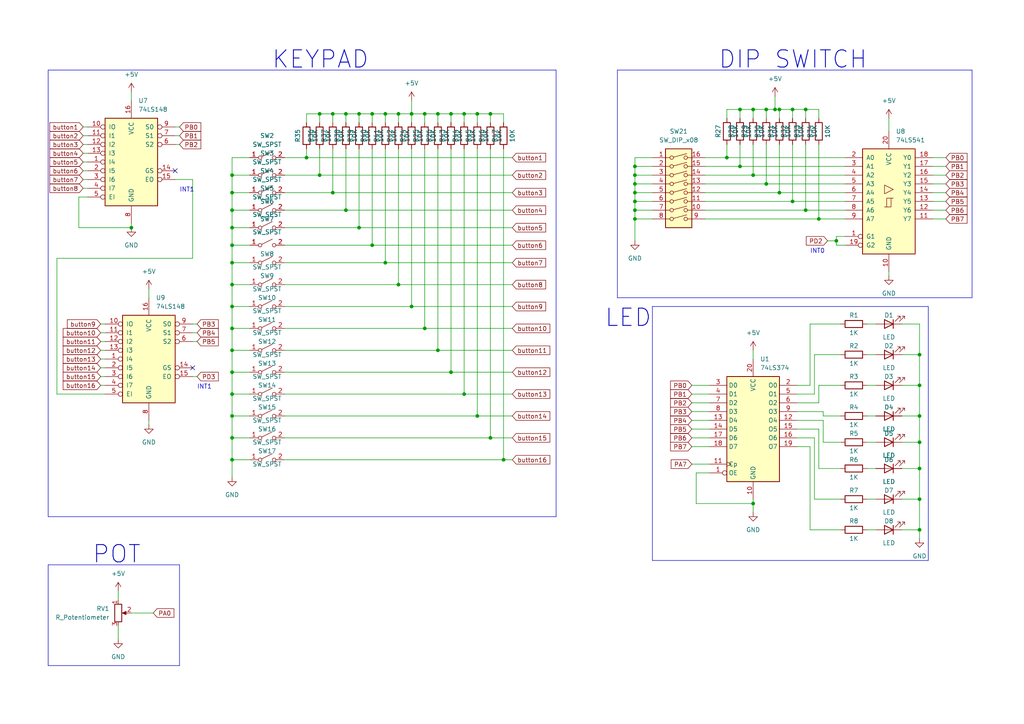
<source format=kicad_sch>
(kicad_sch (version 20230121) (generator eeschema)
  (paper "A4")
  (lib_symbols
    (symbol "74xx:74LS148" (pin_names (offset 1.016))
      (property "Reference" "U" (at -7.62 13.97 0))
      (property "Value" "74LS148" (at -7.62 -13.97 0))
      (symbol "74LS148_1_0"
        (pin input inverted (at -12.7 0 0) (length 5.08) (name "I4") (number "1"))
        (pin input inverted (at -12.7 10.16 0) (length 5.08) (name "IO") (number "10"))
        (pin input inverted (at -12.7 7.62 0) (length 5.08) (name "I1") (number "11"))
        (pin input inverted (at -12.7 5.08 0) (length 5.08) (name "I2") (number "12"))
        (pin input inverted (at -12.7 2.54 0) (length 5.08) (name "I3") (number "13"))
        (pin output inverted (at 12.7 -2.54 180) (length 5.08) (name "GS") (number "14"))
        (pin output inverted (at 12.7 -5.08 180) (length 5.08) (name "EO") (number "15"))
        (pin power_in line (at 0 17.78 270) (length 5.08) (name "VCC") (number "16"))
        (pin input inverted (at -12.7 -2.54 0) (length 5.08) (name "I5") (number "2"))
        (pin input inverted (at -12.7 -5.08 0) (length 5.08) (name "I6") (number "3"))
        (pin input inverted (at -12.7 -7.62 0) (length 5.08) (name "I7") (number "4"))
        (pin input inverted (at -12.7 -10.16 0) (length 5.08) (name "EI") (number "5"))
        (pin output inverted (at 12.7 5.08 180) (length 5.08) (name "S2") (number "6"))
        (pin output inverted (at 12.7 7.62 180) (length 5.08) (name "S1") (number "7"))
        (pin power_in line (at 0 -17.78 90) (length 5.08) (name "GND") (number "8"))
        (pin output inverted (at 12.7 10.16 180) (length 5.08) (name "S0") (number "9"))
      )
    )
    (symbol "74xx:74LS374"
      (property "Reference" "U" (at -7.62 16.51 0))
      (property "Value" "74LS374" (at -7.62 -16.51 0))
      (symbol "74LS374_1_0"
        (pin input inverted (at -12.7 -12.7 0) (length 5.08) (name "OE") (number "1"))
        (pin power_in line (at 0 -20.32 90) (length 5.08) (name "GND") (number "10"))
        (pin input clock (at -12.7 -10.16 0) (length 5.08) (name "Cp") (number "11"))
        (pin tri_state line (at 12.7 2.54 180) (length 5.08) (name "O4") (number "12"))
        (pin input line (at -12.7 2.54 0) (length 5.08) (name "D4") (number "13"))
        (pin input line (at -12.7 0 0) (length 5.08) (name "D5") (number "14"))
        (pin tri_state line (at 12.7 0 180) (length 5.08) (name "O5") (number "15"))
        (pin tri_state line (at 12.7 -2.54 180) (length 5.08) (name "O6") (number "16"))
        (pin input line (at -12.7 -2.54 0) (length 5.08) (name "D6") (number "17"))
        (pin input line (at -12.7 -5.08 0) (length 5.08) (name "D7") (number "18"))
        (pin tri_state line (at 12.7 -5.08 180) (length 5.08) (name "O7") (number "19"))
        (pin tri_state line (at 12.7 12.7 180) (length 5.08) (name "O0") (number "2"))
        (pin power_in line (at 0 20.32 270) (length 5.08) (name "VCC") (number "20"))
        (pin input line (at -12.7 12.7 0) (length 5.08) (name "D0") (number "3"))
        (pin input line (at -12.7 10.16 0) (length 5.08) (name "D1") (number "4"))
        (pin tri_state line (at 12.7 10.16 180) (length 5.08) (name "O1") (number "5"))
        (pin tri_state line (at 12.7 7.62 180) (length 5.08) (name "O2") (number "6"))
        (pin input line (at -12.7 7.62 0) (length 5.08) (name "D2") (number "7"))
        (pin input line (at -12.7 5.08 0) (length 5.08) (name "D3") (number "8"))
        (pin tri_state line (at 12.7 5.08 180) (length 5.08) (name "O3") (number "9"))
      )
    )
    (symbol "74xx:74LS541" (pin_names (offset 1.016))
      (property "Reference" "U" (at -7.62 16.51 0))
      (property "Value" "74LS541" (at -7.62 -16.51 0))
      (symbol "74LS541_1_0"
        (pin input inverted (at -12.7 -10.16 0) (length 5.08) (name "G1") (number "1"))
        (pin power_in line (at 0 -20.32 90) (length 5.08) (name "GND") (number "10"))
        (pin tri_state line (at 12.7 -5.08 180) (length 5.08) (name "Y7") (number "11"))
        (pin tri_state line (at 12.7 -2.54 180) (length 5.08) (name "Y6") (number "12"))
        (pin tri_state line (at 12.7 0 180) (length 5.08) (name "Y5") (number "13"))
        (pin tri_state line (at 12.7 2.54 180) (length 5.08) (name "Y4") (number "14"))
        (pin tri_state line (at 12.7 5.08 180) (length 5.08) (name "Y3") (number "15"))
        (pin tri_state line (at 12.7 7.62 180) (length 5.08) (name "Y2") (number "16"))
        (pin tri_state line (at 12.7 10.16 180) (length 5.08) (name "Y1") (number "17"))
        (pin tri_state line (at 12.7 12.7 180) (length 5.08) (name "Y0") (number "18"))
        (pin input inverted (at -12.7 -12.7 0) (length 5.08) (name "G2") (number "19"))
        (pin input line (at -12.7 12.7 0) (length 5.08) (name "A0") (number "2"))
        (pin power_in line (at 0 20.32 270) (length 5.08) (name "VCC") (number "20"))
        (pin input line (at -12.7 10.16 0) (length 5.08) (name "A1") (number "3"))
        (pin input line (at -12.7 7.62 0) (length 5.08) (name "A2") (number "4"))
        (pin input line (at -12.7 5.08 0) (length 5.08) (name "A3") (number "5"))
        (pin input line (at -12.7 2.54 0) (length 5.08) (name "A4") (number "6"))
        (pin input line (at -12.7 0 0) (length 5.08) (name "A5") (number "7"))
        (pin input line (at -12.7 -2.54 0) (length 5.08) (name "A6") (number "8"))
        (pin input line (at -12.7 -5.08 0) (length 5.08) (name "A7") (number "9"))
      )
    )
    (symbol "Device:LED" (pin_numbers hide) (pin_names (offset 1.016) hide)
      (property "Reference" "D" (at 0 2.54 0))
      (property "Value" "LED" (at 0 -2.54 0))
      (symbol "LED_1_1"
        (pin passive line (at -3.81 0 0) (length 2.54) (name "K") (number "1"))
        (pin passive line (at 3.81 0 180) (length 2.54) (name "A") (number "2"))
      )
    )
    (symbol "Device:R" (pin_numbers hide) (pin_names (offset 0))
      (property "Reference" "R" (at 2.032 0 90))
      (property "Value" "R" (at 0 0 90))
      (symbol "R_1_1"
        (pin passive line (at 0 3.81 270) (length 1.27) (name "~") (number "1"))
        (pin passive line (at 0 -3.81 90) (length 1.27) (name "~") (number "2"))
      )
    )
    (symbol "Device:R_Potentiometer" (pin_names (offset 1.016) hide)
      (property "Reference" "RV" (at -4.445 0 90))
      (property "Value" "R_Potentiometer" (at -2.54 0 90))
      (symbol "R_Potentiometer_1_1"
        (pin passive line (at 0 3.81 270) (length 1.27) (name "1") (number "1"))
        (pin passive line (at 3.81 0 180) (length 1.27) (name "2") (number "2"))
        (pin passive line (at 0 -3.81 90) (length 1.27) (name "3") (number "3"))
      )
    )
    (symbol "Switch:SW_DIP_x08" (pin_names (offset 0) hide)
      (property "Reference" "SW" (at 0 13.97 0))
      (property "Value" "SW_DIP_x08" (at 0 -11.43 0))
      (symbol "SW_DIP_x08_1_1"
        (pin passive line (at -7.62 10.16 0) (length 5.08) (name "~") (number "1"))
        (pin passive line (at 7.62 -5.08 180) (length 5.08) (name "~") (number "10"))
        (pin passive line (at 7.62 -2.54 180) (length 5.08) (name "~") (number "11"))
        (pin passive line (at 7.62 0 180) (length 5.08) (name "~") (number "12"))
        (pin passive line (at 7.62 2.54 180) (length 5.08) (name "~") (number "13"))
        (pin passive line (at 7.62 5.08 180) (length 5.08) (name "~") (number "14"))
        (pin passive line (at 7.62 7.62 180) (length 5.08) (name "~") (number "15"))
        (pin passive line (at 7.62 10.16 180) (length 5.08) (name "~") (number "16"))
        (pin passive line (at -7.62 7.62 0) (length 5.08) (name "~") (number "2"))
        (pin passive line (at -7.62 5.08 0) (length 5.08) (name "~") (number "3"))
        (pin passive line (at -7.62 2.54 0) (length 5.08) (name "~") (number "4"))
        (pin passive line (at -7.62 0 0) (length 5.08) (name "~") (number "5"))
        (pin passive line (at -7.62 -2.54 0) (length 5.08) (name "~") (number "6"))
        (pin passive line (at -7.62 -5.08 0) (length 5.08) (name "~") (number "7"))
        (pin passive line (at -7.62 -7.62 0) (length 5.08) (name "~") (number "8"))
        (pin passive line (at 7.62 -7.62 180) (length 5.08) (name "~") (number "9"))
      )
    )
    (symbol "Switch:SW_SPST" (pin_names (offset 0) hide)
      (property "Reference" "SW" (at 0 3.175 0))
      (property "Value" "SW_SPST" (at 0 -2.54 0))
      (symbol "SW_SPST_1_1"
        (pin passive line (at -5.08 0 0) (length 2.54) (name "A") (number "1"))
        (pin passive line (at 5.08 0 180) (length 2.54) (name "B") (number "2"))
      )
    )
    (symbol "power:+5V" (power) (pin_names (offset 0))
      (property "Value" "+5V" (at 0 3.556 0))
      (symbol "+5V_1_1"
        (pin power_in line (at 0 0 90) (length 0) hide (name "+5V") (number "1"))
      )
    )
    (symbol "power:GND" (power) (pin_names (offset 0))
      (property "Value" "GND" (at 0 -3.81 0))
      (symbol "GND_1_1"
        (pin power_in line (at 0 0 270) (length 0) hide (name "GND") (number "1"))
      )
    )
  )
  (junction (at 210.82 45.72))
  (junction (at 184.15 48.26))
  (junction (at 266.7 111.76))
  (junction (at 184.15 63.5))
  (junction (at 67.31 107.95))
  (junction (at 119.38 88.9))
  (junction (at 130.81 107.95))
  (junction (at 111.76 33.02))
  (junction (at 96.52 55.88))
  (junction (at 100.33 33.02))
  (junction (at 266.7 153.67))
  (junction (at 184.15 53.34))
  (junction (at 226.06 31.75))
  (junction (at 134.62 33.02))
  (junction (at 67.31 95.25))
  (junction (at 67.31 76.2))
  (junction (at 67.31 120.65))
  (junction (at 67.31 114.3))
  (junction (at 38.1 66.04))
  (junction (at 100.33 60.96))
  (junction (at 67.31 71.12))
  (junction (at 107.95 71.12))
  (junction (at 134.62 114.3))
  (junction (at 218.44 146.05))
  (junction (at 138.43 33.02))
  (junction (at 266.7 128.27))
  (junction (at 115.57 82.55))
  (junction (at 233.68 60.96))
  (junction (at 266.7 135.89))
  (junction (at 233.68 31.75))
  (junction (at 218.44 50.8))
  (junction (at 214.63 48.26))
  (junction (at 266.7 102.87))
  (junction (at 123.19 33.02))
  (junction (at 138.43 120.65))
  (junction (at 184.15 50.8))
  (junction (at 229.87 31.75))
  (junction (at 222.25 53.34))
  (junction (at 184.15 60.96))
  (junction (at 130.81 33.02))
  (junction (at 142.24 127))
  (junction (at 224.79 31.75))
  (junction (at 127 101.6))
  (junction (at 104.14 66.04))
  (junction (at 184.15 58.42))
  (junction (at 67.31 66.04))
  (junction (at 214.63 31.75))
  (junction (at 104.14 33.02))
  (junction (at 67.31 50.8))
  (junction (at 142.24 33.02))
  (junction (at 107.95 33.02))
  (junction (at 218.44 31.75))
  (junction (at 67.31 82.55))
  (junction (at 119.38 33.02))
  (junction (at 67.31 60.96))
  (junction (at 226.06 55.88))
  (junction (at 146.05 133.35))
  (junction (at 67.31 101.6))
  (junction (at 237.49 63.5))
  (junction (at 88.9 45.72))
  (junction (at 184.15 55.88))
  (junction (at 127 33.02))
  (junction (at 67.31 127))
  (junction (at 266.7 144.78))
  (junction (at 115.57 33.02))
  (junction (at 229.87 58.42))
  (junction (at 266.7 120.65))
  (junction (at 67.31 133.35))
  (junction (at 92.71 50.8))
  (junction (at 123.19 95.25))
  (junction (at 222.25 31.75))
  (junction (at 242.57 69.85))
  (junction (at 111.76 76.2))
  (junction (at 67.31 88.9))
  (junction (at 67.31 55.88))
  (junction (at 96.52 33.02))
  (junction (at 92.71 33.02))
  (no_connect (at 50.8 49.53))
  (no_connect (at 55.88 106.68))
  (wire (pts (xy 261.62 144.78) (xy 266.7 144.78)))
  (wire (pts (xy 29.21 93.98) (xy 30.48 93.98)))
  (wire (pts (xy 82.55 55.88) (xy 96.52 55.88)))
  (wire (pts (xy 184.15 58.42) (xy 184.15 60.96)))
  (wire (pts (xy 123.19 33.02) (xy 123.19 35.56)))
  (wire (pts (xy 251.46 120.65) (xy 254 120.65)))
  (wire (pts (xy 251.46 128.27) (xy 254 128.27)))
  (wire (pts (xy 214.63 41.91) (xy 214.63 48.26)))
  (wire (pts (xy 130.81 33.02) (xy 127 33.02)))
  (wire (pts (xy 236.22 102.87) (xy 243.84 102.87)))
  (wire (pts (xy 229.87 31.75) (xy 229.87 34.29)))
  (wire (pts (xy 24.13 44.45) (xy 25.4 44.45)))
  (wire (pts (xy 29.21 111.76) (xy 30.48 111.76)))
  (wire (pts (xy 237.49 111.76) (xy 243.84 111.76)))
  (wire (pts (xy 189.23 45.72) (xy 184.15 45.72)))
  (wire (pts (xy 67.31 45.72) (xy 67.31 50.8)))
  (wire (pts (xy 67.31 120.65) (xy 72.39 120.65)))
  (wire (pts (xy 88.9 35.56) (xy 88.9 33.02)))
  (wire (pts (xy 266.7 120.65) (xy 266.7 128.27)))
  (wire (pts (xy 104.14 66.04) (xy 148.59 66.04)))
  (wire (pts (xy 82.55 45.72) (xy 88.9 45.72)))
  (wire (pts (xy 210.82 41.91) (xy 210.82 45.72)))
  (polyline (pts (xy 13.97 20.32) (xy 161.29 20.32)))
  (wire (pts (xy 67.31 76.2) (xy 67.31 82.55)))
  (wire (pts (xy 72.39 45.72) (xy 67.31 45.72)))
  (wire (pts (xy 130.81 43.18) (xy 130.81 107.95)))
  (wire (pts (xy 96.52 55.88) (xy 148.59 55.88)))
  (wire (pts (xy 236.22 144.78) (xy 243.84 144.78)))
  (wire (pts (xy 82.55 60.96) (xy 100.33 60.96)))
  (wire (pts (xy 238.76 120.65) (xy 238.76 119.38)))
  (wire (pts (xy 245.11 71.12) (xy 242.57 71.12)))
  (wire (pts (xy 234.95 93.98) (xy 243.84 93.98)))
  (wire (pts (xy 218.44 41.91) (xy 218.44 50.8)))
  (wire (pts (xy 88.9 45.72) (xy 148.59 45.72)))
  (wire (pts (xy 184.15 60.96) (xy 184.15 63.5)))
  (wire (pts (xy 67.31 50.8) (xy 67.31 55.88)))
  (polyline (pts (xy 189.23 88.9) (xy 269.24 88.9)))
  (wire (pts (xy 226.06 31.75) (xy 226.06 34.29)))
  (wire (pts (xy 92.71 33.02) (xy 92.71 35.56)))
  (wire (pts (xy 57.15 96.52) (xy 55.88 96.52)))
  (wire (pts (xy 146.05 43.18) (xy 146.05 133.35)))
  (wire (pts (xy 204.47 50.8) (xy 218.44 50.8)))
  (wire (pts (xy 34.29 171.45) (xy 34.29 173.99)))
  (polyline (pts (xy 161.29 20.32) (xy 161.29 149.86)))
  (wire (pts (xy 218.44 144.78) (xy 218.44 146.05)))
  (wire (pts (xy 24.13 39.37) (xy 25.4 39.37)))
  (wire (pts (xy 100.33 33.02) (xy 100.33 35.56)))
  (wire (pts (xy 119.38 33.02) (xy 123.19 33.02)))
  (wire (pts (xy 82.55 114.3) (xy 134.62 114.3)))
  (wire (pts (xy 138.43 33.02) (xy 138.43 35.56)))
  (wire (pts (xy 16.51 74.93) (xy 16.51 114.3)))
  (wire (pts (xy 22.86 57.15) (xy 22.86 66.04)))
  (wire (pts (xy 57.15 99.06) (xy 55.88 99.06)))
  (wire (pts (xy 38.1 26.67) (xy 38.1 29.21)))
  (polyline (pts (xy 13.97 163.83) (xy 52.07 163.83)))
  (wire (pts (xy 107.95 71.12) (xy 148.59 71.12)))
  (wire (pts (xy 238.76 119.38) (xy 231.14 119.38)))
  (wire (pts (xy 184.15 58.42) (xy 189.23 58.42)))
  (wire (pts (xy 218.44 101.6) (xy 218.44 104.14)))
  (wire (pts (xy 240.03 69.85) (xy 242.57 69.85)))
  (wire (pts (xy 127 43.18) (xy 127 101.6)))
  (wire (pts (xy 270.51 48.26) (xy 274.32 48.26)))
  (wire (pts (xy 142.24 33.02) (xy 142.24 35.56)))
  (wire (pts (xy 29.21 101.6) (xy 30.48 101.6)))
  (wire (pts (xy 96.52 33.02) (xy 100.33 33.02)))
  (wire (pts (xy 82.55 76.2) (xy 111.76 76.2)))
  (wire (pts (xy 22.86 66.04) (xy 38.1 66.04)))
  (wire (pts (xy 205.74 137.16) (xy 201.93 137.16)))
  (wire (pts (xy 210.82 34.29) (xy 210.82 31.75)))
  (wire (pts (xy 200.66 127) (xy 205.74 127)))
  (wire (pts (xy 38.1 177.8) (xy 44.45 177.8)))
  (wire (pts (xy 119.38 88.9) (xy 148.59 88.9)))
  (wire (pts (xy 111.76 33.02) (xy 115.57 33.02)))
  (wire (pts (xy 218.44 31.75) (xy 218.44 34.29)))
  (wire (pts (xy 67.31 60.96) (xy 72.39 60.96)))
  (wire (pts (xy 214.63 48.26) (xy 245.11 48.26)))
  (wire (pts (xy 119.38 33.02) (xy 119.38 29.21)))
  (wire (pts (xy 251.46 93.98) (xy 254 93.98)))
  (wire (pts (xy 82.55 101.6) (xy 127 101.6)))
  (wire (pts (xy 237.49 31.75) (xy 233.68 31.75)))
  (polyline (pts (xy 52.07 193.04) (xy 52.07 163.83)))
  (wire (pts (xy 204.47 60.96) (xy 233.68 60.96)))
  (wire (pts (xy 237.49 41.91) (xy 237.49 63.5)))
  (wire (pts (xy 55.88 74.93) (xy 16.51 74.93)))
  (wire (pts (xy 67.31 95.25) (xy 67.31 101.6)))
  (wire (pts (xy 236.22 102.87) (xy 236.22 114.3)))
  (wire (pts (xy 22.86 57.15) (xy 25.4 57.15)))
  (wire (pts (xy 231.14 111.76) (xy 234.95 111.76)))
  (wire (pts (xy 123.19 43.18) (xy 123.19 95.25)))
  (wire (pts (xy 270.51 55.88) (xy 274.32 55.88)))
  (wire (pts (xy 238.76 128.27) (xy 243.84 128.27)))
  (wire (pts (xy 67.31 76.2) (xy 72.39 76.2)))
  (wire (pts (xy 237.49 111.76) (xy 237.49 116.84)))
  (wire (pts (xy 67.31 88.9) (xy 72.39 88.9)))
  (wire (pts (xy 204.47 53.34) (xy 222.25 53.34)))
  (wire (pts (xy 146.05 133.35) (xy 148.59 133.35)))
  (wire (pts (xy 67.31 133.35) (xy 67.31 138.43)))
  (wire (pts (xy 142.24 33.02) (xy 138.43 33.02)))
  (wire (pts (xy 266.7 153.67) (xy 266.7 156.21)))
  (polyline (pts (xy 281.94 86.36) (xy 281.94 20.32)))
  (wire (pts (xy 57.15 109.22) (xy 55.88 109.22)))
  (wire (pts (xy 29.21 109.22) (xy 30.48 109.22)))
  (wire (pts (xy 229.87 31.75) (xy 226.06 31.75)))
  (wire (pts (xy 200.66 119.38) (xy 205.74 119.38)))
  (wire (pts (xy 115.57 82.55) (xy 148.59 82.55)))
  (wire (pts (xy 82.55 66.04) (xy 104.14 66.04)))
  (wire (pts (xy 146.05 33.02) (xy 142.24 33.02)))
  (wire (pts (xy 184.15 48.26) (xy 184.15 50.8)))
  (wire (pts (xy 234.95 153.67) (xy 243.84 153.67)))
  (wire (pts (xy 204.47 45.72) (xy 210.82 45.72)))
  (wire (pts (xy 226.06 55.88) (xy 245.11 55.88)))
  (wire (pts (xy 184.15 53.34) (xy 189.23 53.34)))
  (wire (pts (xy 24.13 49.53) (xy 25.4 49.53)))
  (polyline (pts (xy 269.24 88.9) (xy 269.24 162.56)))
  (wire (pts (xy 50.8 52.07) (xy 55.88 52.07)))
  (wire (pts (xy 222.25 53.34) (xy 245.11 53.34)))
  (wire (pts (xy 111.76 76.2) (xy 148.59 76.2)))
  (wire (pts (xy 214.63 31.75) (xy 218.44 31.75)))
  (wire (pts (xy 43.18 121.92) (xy 43.18 123.19)))
  (wire (pts (xy 111.76 33.02) (xy 111.76 35.56)))
  (wire (pts (xy 204.47 63.5) (xy 237.49 63.5)))
  (wire (pts (xy 107.95 33.02) (xy 107.95 35.56)))
  (wire (pts (xy 201.93 146.05) (xy 218.44 146.05)))
  (wire (pts (xy 270.51 63.5) (xy 274.32 63.5)))
  (wire (pts (xy 29.21 104.14) (xy 30.48 104.14)))
  (wire (pts (xy 72.39 82.55) (xy 67.31 82.55)))
  (polyline (pts (xy 269.24 162.56) (xy 189.23 162.56)))
  (wire (pts (xy 238.76 121.92) (xy 231.14 121.92)))
  (wire (pts (xy 233.68 41.91) (xy 233.68 60.96)))
  (wire (pts (xy 146.05 35.56) (xy 146.05 33.02)))
  (wire (pts (xy 82.55 95.25) (xy 123.19 95.25)))
  (wire (pts (xy 261.62 111.76) (xy 266.7 111.76)))
  (wire (pts (xy 67.31 107.95) (xy 72.39 107.95)))
  (wire (pts (xy 266.7 111.76) (xy 266.7 120.65)))
  (wire (pts (xy 67.31 127) (xy 67.31 133.35)))
  (wire (pts (xy 92.71 33.02) (xy 96.52 33.02)))
  (wire (pts (xy 251.46 135.89) (xy 254 135.89)))
  (wire (pts (xy 67.31 55.88) (xy 72.39 55.88)))
  (wire (pts (xy 222.25 41.91) (xy 222.25 53.34)))
  (wire (pts (xy 236.22 114.3) (xy 231.14 114.3)))
  (wire (pts (xy 138.43 43.18) (xy 138.43 120.65)))
  (wire (pts (xy 82.55 71.12) (xy 107.95 71.12)))
  (wire (pts (xy 57.15 93.98) (xy 55.88 93.98)))
  (wire (pts (xy 234.95 129.54) (xy 231.14 129.54)))
  (wire (pts (xy 82.55 82.55) (xy 115.57 82.55)))
  (wire (pts (xy 233.68 31.75) (xy 233.68 34.29)))
  (wire (pts (xy 218.44 146.05) (xy 218.44 148.59)))
  (wire (pts (xy 82.55 127) (xy 142.24 127)))
  (wire (pts (xy 266.7 93.98) (xy 266.7 102.87)))
  (wire (pts (xy 119.38 33.02) (xy 119.38 35.56)))
  (wire (pts (xy 38.1 64.77) (xy 38.1 66.04)))
  (wire (pts (xy 233.68 60.96) (xy 245.11 60.96)))
  (wire (pts (xy 184.15 50.8) (xy 189.23 50.8)))
  (wire (pts (xy 100.33 43.18) (xy 100.33 60.96)))
  (wire (pts (xy 184.15 63.5) (xy 184.15 69.85)))
  (wire (pts (xy 67.31 120.65) (xy 67.31 127)))
  (wire (pts (xy 67.31 60.96) (xy 67.31 66.04)))
  (wire (pts (xy 88.9 43.18) (xy 88.9 45.72)))
  (wire (pts (xy 130.81 107.95) (xy 148.59 107.95)))
  (wire (pts (xy 100.33 60.96) (xy 148.59 60.96)))
  (wire (pts (xy 210.82 45.72) (xy 245.11 45.72)))
  (wire (pts (xy 67.31 66.04) (xy 67.31 71.12)))
  (wire (pts (xy 184.15 63.5) (xy 189.23 63.5)))
  (wire (pts (xy 257.81 34.29) (xy 257.81 38.1)))
  (wire (pts (xy 92.71 43.18) (xy 92.71 50.8)))
  (wire (pts (xy 52.07 41.91) (xy 50.8 41.91)))
  (wire (pts (xy 218.44 31.75) (xy 222.25 31.75)))
  (wire (pts (xy 34.29 181.61) (xy 34.29 185.42)))
  (wire (pts (xy 88.9 33.02) (xy 92.71 33.02)))
  (wire (pts (xy 204.47 48.26) (xy 214.63 48.26)))
  (wire (pts (xy 237.49 63.5) (xy 245.11 63.5)))
  (wire (pts (xy 214.63 31.75) (xy 214.63 34.29)))
  (polyline (pts (xy 13.97 149.86) (xy 13.97 20.32)))
  (wire (pts (xy 127 33.02) (xy 127 35.56)))
  (wire (pts (xy 251.46 102.87) (xy 254 102.87)))
  (wire (pts (xy 67.31 133.35) (xy 72.39 133.35)))
  (wire (pts (xy 29.21 99.06) (xy 30.48 99.06)))
  (wire (pts (xy 184.15 48.26) (xy 189.23 48.26)))
  (wire (pts (xy 238.76 120.65) (xy 243.84 120.65)))
  (wire (pts (xy 67.31 95.25) (xy 72.39 95.25)))
  (polyline (pts (xy 179.07 20.32) (xy 179.07 86.36)))
  (wire (pts (xy 123.19 95.25) (xy 148.59 95.25)))
  (wire (pts (xy 67.31 114.3) (xy 67.31 120.65)))
  (wire (pts (xy 82.55 50.8) (xy 92.71 50.8)))
  (wire (pts (xy 67.31 107.95) (xy 67.31 114.3)))
  (wire (pts (xy 134.62 33.02) (xy 134.62 35.56)))
  (polyline (pts (xy 189.23 88.9) (xy 189.23 162.56)))
  (wire (pts (xy 257.81 78.74) (xy 257.81 80.01)))
  (wire (pts (xy 184.15 60.96) (xy 189.23 60.96)))
  (wire (pts (xy 43.18 83.82) (xy 43.18 86.36)))
  (wire (pts (xy 229.87 58.42) (xy 245.11 58.42)))
  (wire (pts (xy 270.51 58.42) (xy 274.32 58.42)))
  (wire (pts (xy 229.87 41.91) (xy 229.87 58.42)))
  (wire (pts (xy 67.31 114.3) (xy 72.39 114.3)))
  (wire (pts (xy 184.15 45.72) (xy 184.15 48.26)))
  (wire (pts (xy 234.95 111.76) (xy 234.95 93.98)))
  (wire (pts (xy 210.82 31.75) (xy 214.63 31.75)))
  (wire (pts (xy 24.13 54.61) (xy 25.4 54.61)))
  (wire (pts (xy 111.76 33.02) (xy 107.95 33.02)))
  (wire (pts (xy 261.62 128.27) (xy 266.7 128.27)))
  (wire (pts (xy 266.7 144.78) (xy 266.7 153.67)))
  (wire (pts (xy 270.51 45.72) (xy 274.32 45.72)))
  (wire (pts (xy 251.46 144.78) (xy 254 144.78)))
  (wire (pts (xy 270.51 60.96) (xy 274.32 60.96)))
  (wire (pts (xy 104.14 43.18) (xy 104.14 66.04)))
  (wire (pts (xy 222.25 31.75) (xy 222.25 34.29)))
  (polyline (pts (xy 13.97 163.83) (xy 13.97 193.04)))
  (wire (pts (xy 67.31 127) (xy 72.39 127)))
  (wire (pts (xy 237.49 124.46) (xy 231.14 124.46)))
  (wire (pts (xy 237.49 116.84) (xy 231.14 116.84)))
  (wire (pts (xy 107.95 43.18) (xy 107.95 71.12)))
  (wire (pts (xy 29.21 96.52) (xy 30.48 96.52)))
  (wire (pts (xy 127 101.6) (xy 148.59 101.6)))
  (wire (pts (xy 67.31 71.12) (xy 72.39 71.12)))
  (wire (pts (xy 200.66 111.76) (xy 205.74 111.76)))
  (wire (pts (xy 236.22 144.78) (xy 236.22 127)))
  (wire (pts (xy 115.57 43.18) (xy 115.57 82.55)))
  (wire (pts (xy 134.62 33.02) (xy 130.81 33.02)))
  (wire (pts (xy 184.15 55.88) (xy 184.15 58.42)))
  (wire (pts (xy 67.31 88.9) (xy 67.31 95.25)))
  (wire (pts (xy 200.66 116.84) (xy 205.74 116.84)))
  (wire (pts (xy 222.25 31.75) (xy 224.79 31.75)))
  (wire (pts (xy 238.76 128.27) (xy 238.76 121.92)))
  (wire (pts (xy 236.22 127) (xy 231.14 127)))
  (wire (pts (xy 270.51 53.34) (xy 274.32 53.34)))
  (wire (pts (xy 67.31 71.12) (xy 67.31 76.2)))
  (wire (pts (xy 200.66 124.46) (xy 205.74 124.46)))
  (wire (pts (xy 96.52 43.18) (xy 96.52 55.88)))
  (wire (pts (xy 24.13 46.99) (xy 25.4 46.99)))
  (wire (pts (xy 134.62 43.18) (xy 134.62 114.3)))
  (wire (pts (xy 119.38 43.18) (xy 119.38 88.9)))
  (wire (pts (xy 224.79 31.75) (xy 224.79 27.94)))
  (wire (pts (xy 200.66 114.3) (xy 205.74 114.3)))
  (wire (pts (xy 55.88 52.07) (xy 55.88 74.93)))
  (wire (pts (xy 233.68 31.75) (xy 229.87 31.75)))
  (wire (pts (xy 115.57 35.56) (xy 115.57 33.02)))
  (wire (pts (xy 67.31 66.04) (xy 72.39 66.04)))
  (wire (pts (xy 52.07 39.37) (xy 50.8 39.37)))
  (wire (pts (xy 104.14 33.02) (xy 104.14 35.56)))
  (wire (pts (xy 200.66 129.54) (xy 205.74 129.54)))
  (wire (pts (xy 266.7 135.89) (xy 266.7 144.78)))
  (wire (pts (xy 266.7 102.87) (xy 266.7 111.76)))
  (wire (pts (xy 226.06 41.91) (xy 226.06 55.88)))
  (wire (pts (xy 261.62 93.98) (xy 266.7 93.98)))
  (polyline (pts (xy 281.94 20.32) (xy 179.07 20.32)))
  (wire (pts (xy 200.66 134.62) (xy 205.74 134.62)))
  (wire (pts (xy 82.55 133.35) (xy 146.05 133.35)))
  (wire (pts (xy 82.55 120.65) (xy 138.43 120.65)))
  (wire (pts (xy 29.21 106.68) (xy 30.48 106.68)))
  (wire (pts (xy 266.7 128.27) (xy 266.7 135.89)))
  (wire (pts (xy 24.13 36.83) (xy 25.4 36.83)))
  (wire (pts (xy 200.66 121.92) (xy 205.74 121.92)))
  (wire (pts (xy 82.55 88.9) (xy 119.38 88.9)))
  (wire (pts (xy 67.31 101.6) (xy 67.31 107.95)))
  (wire (pts (xy 226.06 31.75) (xy 224.79 31.75)))
  (wire (pts (xy 242.57 69.85) (xy 242.57 68.58)))
  (wire (pts (xy 52.07 36.83) (xy 50.8 36.83)))
  (wire (pts (xy 270.51 50.8) (xy 274.32 50.8)))
  (wire (pts (xy 261.62 135.89) (xy 266.7 135.89)))
  (wire (pts (xy 237.49 34.29) (xy 237.49 31.75)))
  (wire (pts (xy 184.15 50.8) (xy 184.15 53.34)))
  (wire (pts (xy 261.62 102.87) (xy 266.7 102.87)))
  (wire (pts (xy 237.49 135.89) (xy 237.49 124.46)))
  (wire (pts (xy 242.57 71.12) (xy 242.57 69.85)))
  (polyline (pts (xy 13.97 193.04) (xy 52.07 193.04)))
  (wire (pts (xy 67.31 82.55) (xy 67.31 88.9)))
  (wire (pts (xy 100.33 33.02) (xy 104.14 33.02)))
  (wire (pts (xy 204.47 55.88) (xy 226.06 55.88)))
  (wire (pts (xy 142.24 43.18) (xy 142.24 127)))
  (wire (pts (xy 67.31 101.6) (xy 72.39 101.6)))
  (wire (pts (xy 67.31 55.88) (xy 67.31 60.96)))
  (wire (pts (xy 242.57 68.58) (xy 245.11 68.58)))
  (wire (pts (xy 130.81 33.02) (xy 130.81 35.56)))
  (wire (pts (xy 24.13 52.07) (xy 25.4 52.07)))
  (wire (pts (xy 261.62 120.65) (xy 266.7 120.65)))
  (wire (pts (xy 134.62 114.3) (xy 148.59 114.3)))
  (wire (pts (xy 218.44 50.8) (xy 245.11 50.8)))
  (wire (pts (xy 127 33.02) (xy 123.19 33.02)))
  (polyline (pts (xy 179.07 86.36) (xy 281.94 86.36)))
  (wire (pts (xy 251.46 111.76) (xy 254 111.76)))
  (wire (pts (xy 24.13 41.91) (xy 25.4 41.91)))
  (wire (pts (xy 67.31 50.8) (xy 72.39 50.8)))
  (wire (pts (xy 184.15 55.88) (xy 189.23 55.88)))
  (wire (pts (xy 237.49 135.89) (xy 243.84 135.89)))
  (wire (pts (xy 201.93 137.16) (xy 201.93 146.05)))
  (wire (pts (xy 251.46 153.67) (xy 254 153.67)))
  (wire (pts (xy 111.76 43.18) (xy 111.76 76.2)))
  (wire (pts (xy 138.43 33.02) (xy 134.62 33.02)))
  (wire (pts (xy 142.24 127) (xy 148.59 127)))
  (wire (pts (xy 261.62 153.67) (xy 266.7 153.67)))
  (wire (pts (xy 138.43 120.65) (xy 148.59 120.65)))
  (wire (pts (xy 234.95 153.67) (xy 234.95 129.54)))
  (wire (pts (xy 82.55 107.95) (xy 130.81 107.95)))
  (wire (pts (xy 92.71 50.8) (xy 148.59 50.8)))
  (wire (pts (xy 184.15 53.34) (xy 184.15 55.88)))
  (polyline (pts (xy 13.97 149.86) (xy 161.29 149.86)))
  (wire (pts (xy 16.51 114.3) (xy 30.48 114.3)))
  (wire (pts (xy 107.95 33.02) (xy 104.14 33.02)))
  (wire (pts (xy 96.52 33.02) (xy 96.52 35.56)))
  (wire (pts (xy 115.57 33.02) (xy 119.38 33.02)))
  (wire (pts (xy 204.47 58.42) (xy 229.87 58.42)))
  (text "KEYPAD" (at 78.74 20.32 0) (effects (font (size 5 5) (thickness 0.254) bold) (justify left bottom)))
  (text "INT0" (at 234.95 73.66 0) (effects (font (size 1.27 1.27)) (justify left bottom)))
  (text "INT1" (at 52.07 55.88 0) (effects (font (size 1.27 1.27)) (justify left bottom)))
  (text "INT1" (at 57.15 113.03 0) (effects (font (size 1.27 1.27)) (justify left bottom)))
  (text "LED" (at 175.26 95.25 0) (effects (font (size 5 5) (thickness 0.254) bold) (justify left bottom)))
  (text "POT" (at 26.67 163.83 0) (effects (font (size 5 5) (thickness 0.254) bold) (justify left bottom)))
  (text "DIP SWITCH" (at 208.28 20.32 0) (effects (font (size 5 5) (thickness 0.254) bold) (justify left bottom)))
  (global_label "PB4" (shape input) (at 274.32 55.88 0) (property "Intersheetrefs" "${INTERSHEET_REFS}" (effects hide)))
  (global_label "button12" (shape input) (at 29.21 101.6 180) (property "Intersheetrefs" "${INTERSHEET_REFS}" (effects hide)))
  (global_label "button12" (shape input) (at 148.59 107.95 0) (property "Intersheetrefs" "${INTERSHEET_REFS}" (effects hide)))
  (global_label "button10" (shape input) (at 148.59 95.25 0) (property "Intersheetrefs" "${INTERSHEET_REFS}" (effects hide)))
  (global_label "button11" (shape input) (at 148.59 101.6 0) (property "Intersheetrefs" "${INTERSHEET_REFS}" (effects hide)))
  (global_label "PB3" (shape input) (at 200.66 119.38 180) (property "Intersheetrefs" "${INTERSHEET_REFS}" (effects hide)))
  (global_label "button3" (shape input) (at 148.59 55.88 0) (property "Intersheetrefs" "${INTERSHEET_REFS}" (effects hide)))
  (global_label "button9" (shape input) (at 148.59 88.9 0) (property "Intersheetrefs" "${INTERSHEET_REFS}" (effects hide)))
  (global_label "button15" (shape input) (at 148.59 127 0) (property "Intersheetrefs" "${INTERSHEET_REFS}" (effects hide)))
  (global_label "PB3" (shape input) (at 57.15 93.98 0) (property "Intersheetrefs" "${INTERSHEET_REFS}" (effects hide)))
  (global_label "PB5" (shape input) (at 200.66 124.46 180) (property "Intersheetrefs" "${INTERSHEET_REFS}" (effects hide)))
  (global_label "button7" (shape input) (at 148.59 76.2 0) (property "Intersheetrefs" "${INTERSHEET_REFS}" (effects hide)))
  (global_label "button15" (shape input) (at 29.21 109.22 180) (property "Intersheetrefs" "${INTERSHEET_REFS}" (effects hide)))
  (global_label "PB5" (shape input) (at 57.15 99.06 0) (property "Intersheetrefs" "${INTERSHEET_REFS}" (effects hide)))
  (global_label "button1" (shape input) (at 148.59 45.72 0) (property "Intersheetrefs" "${INTERSHEET_REFS}" (effects hide)))
  (global_label "button8" (shape input) (at 24.13 54.61 180) (property "Intersheetrefs" "${INTERSHEET_REFS}" (effects hide)))
  (global_label "PB0" (shape input) (at 200.66 111.76 180) (property "Intersheetrefs" "${INTERSHEET_REFS}" (effects hide)))
  (global_label "button2" (shape input) (at 24.13 39.37 180) (property "Intersheetrefs" "${INTERSHEET_REFS}" (effects hide)))
  (global_label "PB3" (shape input) (at 274.32 53.34 0) (property "Intersheetrefs" "${INTERSHEET_REFS}" (effects hide)))
  (global_label "PB2" (shape input) (at 274.32 50.8 0) (property "Intersheetrefs" "${INTERSHEET_REFS}" (effects hide)))
  (global_label "button5" (shape input) (at 148.59 66.04 0) (property "Intersheetrefs" "${INTERSHEET_REFS}" (effects hide)))
  (global_label "button9" (shape input) (at 29.21 93.98 180) (property "Intersheetrefs" "${INTERSHEET_REFS}" (effects hide)))
  (global_label "PA0" (shape input) (at 44.45 177.8 0) (property "Intersheetrefs" "${INTERSHEET_REFS}" (effects hide)))
  (global_label "button2" (shape input) (at 148.59 50.8 0) (property "Intersheetrefs" "${INTERSHEET_REFS}" (effects hide)))
  (global_label "PD2" (shape input) (at 240.03 69.85 180) (property "Intersheetrefs" "${INTERSHEET_REFS}" (effects hide)))
  (global_label "PB2" (shape input) (at 52.07 41.91 0) (property "Intersheetrefs" "${INTERSHEET_REFS}" (effects hide)))
  (global_label "button4" (shape input) (at 148.59 60.96 0) (property "Intersheetrefs" "${INTERSHEET_REFS}" (effects hide)))
  (global_label "PB0" (shape input) (at 274.32 45.72 0) (property "Intersheetrefs" "${INTERSHEET_REFS}" (effects hide)))
  (global_label "button16" (shape input) (at 148.59 133.35 0) (property "Intersheetrefs" "${INTERSHEET_REFS}" (effects hide)))
  (global_label "PA7" (shape input) (at 200.66 134.62 180) (property "Intersheetrefs" "${INTERSHEET_REFS}" (effects hide)))
  (global_label "button6" (shape input) (at 148.59 71.12 0) (property "Intersheetrefs" "${INTERSHEET_REFS}" (effects hide)))
  (global_label "button13" (shape input) (at 148.59 114.3 0) (property "Intersheetrefs" "${INTERSHEET_REFS}" (effects hide)))
  (global_label "button13" (shape input) (at 29.21 104.14 180) (property "Intersheetrefs" "${INTERSHEET_REFS}" (effects hide)))
  (global_label "PB7" (shape input) (at 274.32 63.5 0) (property "Intersheetrefs" "${INTERSHEET_REFS}" (effects hide)))
  (global_label "PB0" (shape input) (at 52.07 36.83 0) (property "Intersheetrefs" "${INTERSHEET_REFS}" (effects hide)))
  (global_label "button3" (shape input) (at 24.13 41.91 180) (property "Intersheetrefs" "${INTERSHEET_REFS}" (effects hide)))
  (global_label "button5" (shape input) (at 24.13 46.99 180) (property "Intersheetrefs" "${INTERSHEET_REFS}" (effects hide)))
  (global_label "PB2" (shape input) (at 200.66 116.84 180) (property "Intersheetrefs" "${INTERSHEET_REFS}" (effects hide)))
  (global_label "PB4" (shape input) (at 200.66 121.92 180) (property "Intersheetrefs" "${INTERSHEET_REFS}" (effects hide)))
  (global_label "button16" (shape input) (at 29.21 111.76 180) (property "Intersheetrefs" "${INTERSHEET_REFS}" (effects hide)))
  (global_label "PB1" (shape input) (at 200.66 114.3 180) (property "Intersheetrefs" "${INTERSHEET_REFS}" (effects hide)))
  (global_label "button6" (shape input) (at 24.13 49.53 180) (property "Intersheetrefs" "${INTERSHEET_REFS}" (effects hide)))
  (global_label "PD3" (shape input) (at 57.15 109.22 0) (property "Intersheetrefs" "${INTERSHEET_REFS}" (effects hide)))
  (global_label "PB6" (shape input) (at 274.32 60.96 0) (property "Intersheetrefs" "${INTERSHEET_REFS}" (effects hide)))
  (global_label "PB1" (shape input) (at 52.07 39.37 0) (property "Intersheetrefs" "${INTERSHEET_REFS}" (effects hide)))
  (global_label "button10" (shape input) (at 29.21 96.52 180) (property "Intersheetrefs" "${INTERSHEET_REFS}" (effects hide)))
  (global_label "button14" (shape input) (at 29.21 106.68 180) (property "Intersheetrefs" "${INTERSHEET_REFS}" (effects hide)))
  (global_label "PB1" (shape input) (at 274.32 48.26 0) (property "Intersheetrefs" "${INTERSHEET_REFS}" (effects hide)))
  (global_label "PB5" (shape input) (at 274.32 58.42 0) (property "Intersheetrefs" "${INTERSHEET_REFS}" (effects hide)))
  (global_label "PB6" (shape input) (at 200.66 127 180) (property "Intersheetrefs" "${INTERSHEET_REFS}" (effects hide)))
  (global_label "button4" (shape input) (at 24.13 44.45 180) (property "Intersheetrefs" "${INTERSHEET_REFS}" (effects hide)))
  (global_label "button1" (shape input) (at 24.13 36.83 180) (property "Intersheetrefs" "${INTERSHEET_REFS}" (effects hide)))
  (global_label "button14" (shape input) (at 148.59 120.65 0) (property "Intersheetrefs" "${INTERSHEET_REFS}" (effects hide)))
  (global_label "button7" (shape input) (at 24.13 52.07 180) (property "Intersheetrefs" "${INTERSHEET_REFS}" (effects hide)))
  (global_label "PB4" (shape input) (at 57.15 96.52 0) (property "Intersheetrefs" "${INTERSHEET_REFS}" (effects hide)))
  (global_label "button11" (shape input) (at 29.21 99.06 180) (property "Intersheetrefs" "${INTERSHEET_REFS}" (effects hide)))
  (global_label "PB7" (shape input) (at 200.66 129.54 180) (property "Intersheetrefs" "${INTERSHEET_REFS}" (effects hide)))
  (global_label "button8" (shape input) (at 148.59 82.55 0) (property "Intersheetrefs" "${INTERSHEET_REFS}" (effects hide)))
  (symbol (lib_id "Switch:SW_DIP_x08") (at 196.85 55.88 0) (unit 1)
    (property "Reference" "SW21" (at 196.85 38.1 0))
    (property "Value" "SW_DIP_x08" (at 196.85 40.64 0))
    (property "Footprint" "Button_Switch_THT:SW_DIP_SPSTx08_Slide_9.78x22.5mm_W7.62mm_P2.54mm" (effects hide))
  )
  (symbol (lib_id "Switch:SW_SPST") (at 77.47 66.04 0) (unit 1)
    (property "Reference" "SW6" (at 77.47 58.42 0))
    (property "Value" "SW_SPST" (at 77.47 62.23 0))
    (property "Footprint" "Button_Switch_THT:SW_PUSH_6mm" (effects hide))
  )
  (symbol (lib_id "Device:R") (at 233.68 38.1 180) (unit 1)
    (property "Reference" "R33" (at 231.14 38.1 90))
    (property "Value" "10K" (at 236.22 38.1 90))
    (property "Footprint" "Resistor_SMD:R_0805_2012Metric_Pad1.20x1.40mm_HandSolder" (effects hide))
  )
  (symbol (lib_id "74xx:74LS374") (at 218.44 124.46 0) (unit 1)
    (property "Reference" "U1" (at 220.4594 104.14 0) (effects (justify left)))
    (property "Value" "74LS374" (at 220.4594 106.68 0) (effects (justify left)))
    (property "Footprint" "Package_SO:SOIC-20W_7.5x12.8mm_P1.27mm" (effects hide))
    (property "Datasheet" "http://www.ti.com/lit/gpn/sn74LS374" (effects hide))
  )
  (symbol (lib_id "Device:R") (at 127 39.37 180) (unit 1)
    (property "Reference" "R26" (at 124.46 39.37 90))
    (property "Value" "10K" (at 129.54 39.37 90))
    (property "Footprint" "Resistor_SMD:R_0805_2012Metric_Pad1.20x1.40mm_HandSolder" (effects hide))
  )
  (symbol (lib_id "Switch:SW_SPST") (at 77.47 133.35 0) (unit 1)
    (property "Reference" "SW17" (at 77.47 130.81 0))
    (property "Value" "SW_SPST" (at 77.47 134.62 0))
    (property "Footprint" "Button_Switch_THT:SW_PUSH_6mm" (effects hide))
  )
  (symbol (lib_id "power:GND") (at 184.15 69.85 0) (unit 1)
    (property "Reference" "#PWR0121" (effects hide))
    (property "Value" "GND" (at 184.15 74.93 0))
  )
  (symbol (lib_id "Device:R") (at 229.87 38.1 180) (unit 1)
    (property "Reference" "R32" (at 227.33 38.1 90))
    (property "Value" "10K" (at 232.41 38.1 90))
    (property "Footprint" "Resistor_SMD:R_0805_2012Metric_Pad1.20x1.40mm_HandSolder" (effects hide))
  )
  (symbol (lib_id "power:+5V") (at 43.18 83.82 0) (unit 1)
    (property "Reference" "#PWR0132" (effects hide))
    (property "Value" "+5V" (at 43.18 78.74 0))
  )
  (symbol (lib_id "power:+5V") (at 119.38 29.21 0) (unit 1)
    (property "Reference" "#PWR0133" (effects hide))
    (property "Value" "+5V" (at 119.38 24.13 0))
  )
  (symbol (lib_id "Device:R") (at 119.38 39.37 180) (unit 1)
    (property "Reference" "R24" (at 116.84 39.37 90))
    (property "Value" "10K" (at 121.92 39.37 90))
    (property "Footprint" "Resistor_SMD:R_0805_2012Metric_Pad1.20x1.40mm_HandSolder" (effects hide))
  )
  (symbol (lib_id "Switch:SW_SPST") (at 77.47 101.6 0) (unit 1)
    (property "Reference" "SW12" (at 77.47 99.06 0))
    (property "Value" "SW_SPST" (at 77.47 102.87 0))
    (property "Footprint" "Button_Switch_THT:SW_PUSH_6mm" (effects hide))
  )
  (symbol (lib_id "Device:LED") (at 257.81 153.67 180) (unit 1)
    (property "Reference" "D8" (at 257.81 151.13 0))
    (property "Value" "LED" (at 257.81 157.48 0))
    (property "Footprint" "LED_SMD:LED_0805_2012Metric" (effects hide))
  )
  (symbol (lib_id "Device:R") (at 96.52 39.37 180) (unit 1)
    (property "Reference" "R37" (at 93.98 39.37 90))
    (property "Value" "10K" (at 99.06 39.37 90))
    (property "Footprint" "Resistor_SMD:R_0805_2012Metric_Pad1.20x1.40mm_HandSolder" (effects hide))
  )
  (symbol (lib_id "power:+5V") (at 218.44 101.6 0) (unit 1)
    (property "Reference" "#PWR0109" (effects hide))
    (property "Value" "+5V" (at 218.44 96.52 0))
  )
  (symbol (lib_id "Switch:SW_SPST") (at 77.47 120.65 0) (unit 1)
    (property "Reference" "SW15" (at 77.47 118.11 0))
    (property "Value" "SW_SPST" (at 77.47 121.92 0))
    (property "Footprint" "Button_Switch_THT:SW_PUSH_6mm" (effects hide))
  )
  (symbol (lib_id "74xx:74LS148") (at 38.1 46.99 0) (unit 1)
    (property "Reference" "U7" (at 40.1194 29.21 0) (effects (justify left)))
    (property "Value" "74LS148" (at 40.1194 31.75 0) (effects (justify left)))
    (property "Footprint" "Package_SO:SOIC-16W_5.3x10.2mm_P1.27mm" (effects hide))
    (property "Datasheet" "http://www.ti.com/lit/gpn/sn74LS148" (effects hide))
  )
  (symbol (lib_id "74xx:74LS148") (at 43.18 104.14 0) (unit 1)
    (property "Reference" "U9" (at 45.1994 86.36 0) (effects (justify left)))
    (property "Value" "74LS148" (at 45.1994 88.9 0) (effects (justify left)))
    (property "Footprint" "Package_SO:SOIC-16W_5.3x10.2mm_P1.27mm" (effects hide))
    (property "Datasheet" "http://www.ti.com/lit/gpn/sn74LS148" (effects hide))
  )
  (symbol (lib_id "Switch:SW_SPST") (at 77.47 60.96 0) (unit 1)
    (property "Reference" "SW5" (at 77.47 54.61 0))
    (property "Value" "SW_SPST" (at 77.47 57.15 0))
    (property "Footprint" "Button_Switch_THT:SW_PUSH_6mm" (effects hide))
  )
  (symbol (lib_id "Device:R") (at 130.81 39.37 180) (unit 1)
    (property "Reference" "R43" (at 128.27 39.37 90))
    (property "Value" "10K" (at 133.35 39.37 90))
    (property "Footprint" "Resistor_SMD:R_0805_2012Metric_Pad1.20x1.40mm_HandSolder" (effects hide))
  )
  (symbol (lib_id "Device:R") (at 111.76 39.37 180) (unit 1)
    (property "Reference" "R41" (at 109.22 39.37 90))
    (property "Value" "10K" (at 114.3 39.37 90))
    (property "Footprint" "Resistor_SMD:R_0805_2012Metric_Pad1.20x1.40mm_HandSolder" (effects hide))
  )
  (symbol (lib_id "Device:R") (at 247.65 93.98 90) (unit 1)
    (property "Reference" "R1" (at 247.65 91.44 90))
    (property "Value" "1K" (at 247.65 96.52 90))
    (property "Footprint" "Resistor_SMD:R_0805_2012Metric_Pad1.20x1.40mm_HandSolder" (effects hide))
  )
  (symbol (lib_id "Device:R") (at 210.82 38.1 180) (unit 1)
    (property "Reference" "R27" (at 208.28 38.1 90))
    (property "Value" "10K" (at 213.36 38.1 90))
    (property "Footprint" "Resistor_SMD:R_0805_2012Metric_Pad1.20x1.40mm_HandSolder" (effects hide))
  )
  (symbol (lib_id "Device:R") (at 146.05 39.37 180) (unit 1)
    (property "Reference" "R47" (at 143.51 39.37 90))
    (property "Value" "10K" (at 148.59 39.37 90))
    (property "Footprint" "Resistor_SMD:R_0805_2012Metric_Pad1.20x1.40mm_HandSolder" (effects hide))
  )
  (symbol (lib_id "74xx:74LS541") (at 257.81 58.42 0) (unit 1)
    (property "Reference" "U8" (at 259.8294 38.1 0) (effects (justify left)))
    (property "Value" "74LS541" (at 259.8294 40.64 0) (effects (justify left)))
    (property "Footprint" "Package_SO:SOIC-20W_7.5x12.8mm_P1.27mm" (effects hide))
    (property "Datasheet" "http://www.ti.com/lit/gpn/sn74LS541" (effects hide))
  )
  (symbol (lib_id "Device:R") (at 100.33 39.37 180) (unit 1)
    (property "Reference" "R38" (at 97.79 39.37 90))
    (property "Value" "10K" (at 102.87 39.37 90))
    (property "Footprint" "Resistor_SMD:R_0805_2012Metric_Pad1.20x1.40mm_HandSolder" (effects hide))
  )
  (symbol (lib_id "Device:R") (at 107.95 39.37 180) (unit 1)
    (property "Reference" "R40" (at 105.41 39.37 90))
    (property "Value" "10K" (at 110.49 39.37 90))
    (property "Footprint" "Resistor_SMD:R_0805_2012Metric_Pad1.20x1.40mm_HandSolder" (effects hide))
  )
  (symbol (lib_id "Device:LED") (at 257.81 120.65 180) (unit 1)
    (property "Reference" "D4" (at 257.81 118.11 0))
    (property "Value" "LED" (at 257.81 124.46 0))
    (property "Footprint" "LED_SMD:LED_0805_2012Metric" (effects hide))
  )
  (symbol (lib_id "power:GND") (at 43.18 123.19 0) (unit 1)
    (property "Reference" "#PWR0131" (effects hide))
    (property "Value" "GND" (at 43.18 128.27 0))
  )
  (symbol (lib_id "power:GND") (at 218.44 148.59 0) (unit 1)
    (property "Reference" "#PWR0101" (effects hide))
    (property "Value" "GND" (at 218.44 153.67 0))
  )
  (symbol (lib_id "Device:R") (at 247.65 128.27 90) (unit 1)
    (property "Reference" "R5" (at 247.65 125.73 90))
    (property "Value" "1K" (at 247.65 130.81 90))
    (property "Footprint" "Resistor_SMD:R_0805_2012Metric_Pad1.20x1.40mm_HandSolder" (effects hide))
  )
  (symbol (lib_id "Switch:SW_SPST") (at 77.47 45.72 0) (unit 1)
    (property "Reference" "SW2" (at 77.47 39.37 0))
    (property "Value" "SW_SPST" (at 77.47 41.91 0))
    (property "Footprint" "Button_Switch_THT:SW_PUSH_6mm" (effects hide))
  )
  (symbol (lib_id "Device:R") (at 214.63 38.1 180) (unit 1)
    (property "Reference" "R28" (at 212.09 38.1 90))
    (property "Value" "10K" (at 217.17 38.1 90))
    (property "Footprint" "Resistor_SMD:R_0805_2012Metric_Pad1.20x1.40mm_HandSolder" (effects hide))
  )
  (symbol (lib_id "Device:R") (at 92.71 39.37 180) (unit 1)
    (property "Reference" "R36" (at 90.17 39.37 90))
    (property "Value" "10K" (at 95.25 39.37 90))
    (property "Footprint" "Resistor_SMD:R_0805_2012Metric_Pad1.20x1.40mm_HandSolder" (effects hide))
  )
  (symbol (lib_id "Device:R") (at 237.49 38.1 180) (unit 1)
    (property "Reference" "R34" (at 234.95 38.1 90))
    (property "Value" "10K" (at 240.03 38.1 90))
    (property "Footprint" "Resistor_SMD:R_0805_2012Metric_Pad1.20x1.40mm_HandSolder" (effects hide))
  )
  (symbol (lib_id "power:+5V") (at 34.29 171.45 0) (unit 1)
    (property "Reference" "#PWR0127" (effects hide))
    (property "Value" "+5V" (at 34.29 166.37 0))
  )
  (symbol (lib_id "Device:R") (at 226.06 38.1 180) (unit 1)
    (property "Reference" "R31" (at 223.52 38.1 90))
    (property "Value" "10K" (at 228.6 38.1 90))
    (property "Footprint" "Resistor_SMD:R_0805_2012Metric_Pad1.20x1.40mm_HandSolder" (effects hide))
  )
  (symbol (lib_id "Switch:SW_SPST") (at 77.47 50.8 0) (unit 1)
    (property "Reference" "SW3" (at 77.47 44.45 0))
    (property "Value" "SW_SPST" (at 77.47 46.99 0))
    (property "Footprint" "Button_Switch_THT:SW_PUSH_6mm" (effects hide))
  )
  (symbol (lib_id "Device:R") (at 222.25 38.1 180) (unit 1)
    (property "Reference" "R30" (at 219.71 38.1 90))
    (property "Value" "10K" (at 224.79 38.1 90))
    (property "Footprint" "Resistor_SMD:R_0805_2012Metric_Pad1.20x1.40mm_HandSolder" (effects hide))
  )
  (symbol (lib_id "power:GND") (at 257.81 80.01 0) (unit 1)
    (property "Reference" "#PWR0129" (effects hide))
    (property "Value" "GND" (at 257.81 85.09 0))
  )
  (symbol (lib_id "Device:R") (at 247.65 120.65 90) (unit 1)
    (property "Reference" "R4" (at 247.65 118.11 90))
    (property "Value" "1K" (at 247.65 123.19 90))
    (property "Footprint" "Resistor_SMD:R_0805_2012Metric_Pad1.20x1.40mm_HandSolder" (effects hide))
  )
  (symbol (lib_id "Device:R") (at 134.62 39.37 180) (unit 1)
    (property "Reference" "R44" (at 132.08 39.37 90))
    (property "Value" "10K" (at 137.16 39.37 90))
    (property "Footprint" "Resistor_SMD:R_0805_2012Metric_Pad1.20x1.40mm_HandSolder" (effects hide))
  )
  (symbol (lib_id "power:GND") (at 67.31 138.43 0) (unit 1)
    (property "Reference" "#PWR0134" (effects hide))
    (property "Value" "GND" (at 67.31 143.51 0))
  )
  (symbol (lib_id "Device:R") (at 138.43 39.37 180) (unit 1)
    (property "Reference" "R45" (at 135.89 39.37 90))
    (property "Value" "10K" (at 140.97 39.37 90))
    (property "Footprint" "Resistor_SMD:R_0805_2012Metric_Pad1.20x1.40mm_HandSolder" (effects hide))
  )
  (symbol (lib_id "Device:LED") (at 257.81 135.89 180) (unit 1)
    (property "Reference" "D6" (at 257.81 133.35 0))
    (property "Value" "LED" (at 257.81 139.7 0))
    (property "Footprint" "LED_SMD:LED_0805_2012Metric" (effects hide))
  )
  (symbol (lib_id "Device:LED") (at 257.81 93.98 180) (unit 1)
    (property "Reference" "D1" (at 257.81 91.44 0))
    (property "Value" "LED" (at 257.81 97.79 0))
    (property "Footprint" "LED_SMD:LED_0805_2012Metric" (effects hide))
  )
  (symbol (lib_id "Switch:SW_SPST") (at 77.47 107.95 0) (unit 1)
    (property "Reference" "SW13" (at 77.47 105.41 0))
    (property "Value" "SW_SPST" (at 77.47 109.22 0))
    (property "Footprint" "Button_Switch_THT:SW_PUSH_6mm" (effects hide))
  )
  (symbol (lib_id "Device:R") (at 247.65 144.78 90) (unit 1)
    (property "Reference" "R7" (at 247.65 142.24 90))
    (property "Value" "1K" (at 247.65 147.32 90))
    (property "Footprint" "Resistor_SMD:R_0805_2012Metric_Pad1.20x1.40mm_HandSolder" (effects hide))
  )
  (symbol (lib_id "power:+5V") (at 257.81 34.29 0) (unit 1)
    (property "Reference" "#PWR0130" (effects hide))
    (property "Value" "+5V" (at 257.81 29.21 0))
  )
  (symbol (lib_id "Device:R") (at 247.65 153.67 90) (unit 1)
    (property "Reference" "R8" (at 247.65 151.13 90))
    (property "Value" "1K" (at 247.65 156.21 90))
    (property "Footprint" "Resistor_SMD:R_0805_2012Metric_Pad1.20x1.40mm_HandSolder" (effects hide))
  )
  (symbol (lib_id "Device:R") (at 142.24 39.37 180) (unit 1)
    (property "Reference" "R46" (at 139.7 39.37 90))
    (property "Value" "10K" (at 144.78 39.37 90))
    (property "Footprint" "Resistor_SMD:R_0805_2012Metric_Pad1.20x1.40mm_HandSolder" (effects hide))
  )
  (symbol (lib_id "power:GND") (at 38.1 66.04 0) (unit 1)
    (property "Reference" "#PWR0120" (effects hide))
    (property "Value" "GND" (at 38.1 71.12 0))
  )
  (symbol (lib_id "power:GND") (at 34.29 185.42 0) (unit 1)
    (property "Reference" "#PWR0126" (effects hide))
    (property "Value" "GND" (at 34.29 190.5 0))
  )
  (symbol (lib_id "Switch:SW_SPST") (at 77.47 71.12 0) (unit 1)
    (property "Reference" "SW7" (at 77.47 63.5 0))
    (property "Value" "SW_SPST" (at 77.47 67.31 0))
    (property "Footprint" "Button_Switch_THT:SW_PUSH_6mm" (effects hide))
  )
  (symbol (lib_id "Switch:SW_SPST") (at 77.47 82.55 0) (unit 1)
    (property "Reference" "SW9" (at 77.47 80.01 0))
    (property "Value" "SW_SPST" (at 77.47 83.82 0))
    (property "Footprint" "Button_Switch_THT:SW_PUSH_6mm" (effects hide))
  )
  (symbol (lib_id "Device:R") (at 247.65 135.89 90) (unit 1)
    (property "Reference" "R6" (at 247.65 133.35 90))
    (property "Value" "1K" (at 247.65 138.43 90))
    (property "Footprint" "Resistor_SMD:R_0805_2012Metric_Pad1.20x1.40mm_HandSolder" (effects hide))
  )
  (symbol (lib_id "Switch:SW_SPST") (at 77.47 88.9 0) (unit 1)
    (property "Reference" "SW10" (at 77.47 86.36 0))
    (property "Value" "SW_SPST" (at 77.47 90.17 0))
    (property "Footprint" "Button_Switch_THT:SW_PUSH_6mm" (effects hide))
  )
  (symbol (lib_id "Device:LED") (at 257.81 102.87 180) (unit 1)
    (property "Reference" "D2" (at 257.81 100.33 0))
    (property "Value" "LED" (at 257.81 106.68 0))
    (property "Footprint" "LED_SMD:LED_0805_2012Metric" (effects hide))
  )
  (symbol (lib_id "power:GND") (at 266.7 156.21 0) (unit 1)
    (property "Reference" "#PWR0110" (effects hide))
    (property "Value" "GND" (at 266.7 161.29 0))
  )
  (symbol (lib_id "Device:LED") (at 257.81 144.78 180) (unit 1)
    (property "Reference" "D7" (at 257.81 142.24 0))
    (property "Value" "LED" (at 257.81 148.59 0))
    (property "Footprint" "LED_SMD:LED_0805_2012Metric" (effects hide))
  )
  (symbol (lib_id "Device:R") (at 123.19 39.37 180) (unit 1)
    (property "Reference" "R25" (at 120.65 39.37 90))
    (property "Value" "10K" (at 125.73 39.37 90))
    (property "Footprint" "Resistor_SMD:R_0805_2012Metric_Pad1.20x1.40mm_HandSolder" (effects hide))
  )
  (symbol (lib_id "Switch:SW_SPST") (at 77.47 95.25 0) (unit 1)
    (property "Reference" "SW11" (at 77.47 92.71 0))
    (property "Value" "SW_SPST" (at 77.47 96.52 0))
    (property "Footprint" "Button_Switch_THT:SW_PUSH_6mm" (effects hide))
  )
  (symbol (lib_id "Switch:SW_SPST") (at 77.47 127 0) (unit 1)
    (property "Reference" "SW16" (at 77.47 124.46 0))
    (property "Value" "SW_SPST" (at 77.47 128.27 0))
    (property "Footprint" "Button_Switch_THT:SW_PUSH_6mm" (effects hide))
  )
  (symbol (lib_id "Device:R") (at 247.65 102.87 90) (unit 1)
    (property "Reference" "R2" (at 247.65 100.33 90))
    (property "Value" "1K" (at 247.65 105.41 90))
    (property "Footprint" "Resistor_SMD:R_0805_2012Metric_Pad1.20x1.40mm_HandSolder" (effects hide))
  )
  (symbol (lib_id "Device:R") (at 104.14 39.37 180) (unit 1)
    (property "Reference" "R39" (at 101.6 39.37 90))
    (property "Value" "10K" (at 106.68 39.37 90))
    (property "Footprint" "Resistor_SMD:R_0805_2012Metric_Pad1.20x1.40mm_HandSolder" (effects hide))
  )
  (symbol (lib_id "Device:LED") (at 257.81 111.76 180) (unit 1)
    (property "Reference" "D3" (at 257.81 109.22 0))
    (property "Value" "LED" (at 257.81 115.57 0))
    (property "Footprint" "LED_SMD:LED_0805_2012Metric" (effects hide))
  )
  (symbol (lib_id "Device:R") (at 88.9 39.37 180) (unit 1)
    (property "Reference" "R35" (at 86.36 39.37 90))
    (property "Value" "10K" (at 91.44 39.37 90))
    (property "Footprint" "Resistor_SMD:R_0805_2012Metric_Pad1.20x1.40mm_HandSolder" (effects hide))
  )
  (symbol (lib_id "Device:LED") (at 257.81 128.27 180) (unit 1)
    (property "Reference" "D5" (at 257.81 125.73 0))
    (property "Value" "LED" (at 257.81 132.08 0))
    (property "Footprint" "LED_SMD:LED_0805_2012Metric" (effects hide))
  )
  (symbol (lib_id "power:+5V") (at 224.79 27.94 0) (unit 1)
    (property "Reference" "#PWR0114" (effects hide))
    (property "Value" "+5V" (at 224.79 22.86 0))
  )
  (symbol (lib_id "Device:R") (at 247.65 111.76 90) (unit 1)
    (property "Reference" "R3" (at 247.65 109.22 90))
    (property "Value" "1K" (at 247.65 114.3 90))
    (property "Footprint" "Resistor_SMD:R_0805_2012Metric_Pad1.20x1.40mm_HandSolder" (effects hide))
  )
  (symbol (lib_id "Switch:SW_SPST") (at 77.47 55.88 0) (unit 1)
    (property "Reference" "SW4" (at 77.47 49.53 0))
    (property "Value" "SW_SPST" (at 77.47 52.07 0))
    (property "Footprint" "Button_Switch_THT:SW_PUSH_6mm" (effects hide))
  )
  (symbol (lib_id "Device:R") (at 218.44 38.1 180) (unit 1)
    (property "Reference" "R29" (at 215.9 38.1 90))
    (property "Value" "10K" (at 220.98 38.1 90))
    (property "Footprint" "Resistor_SMD:R_0805_2012Metric_Pad1.20x1.40mm_HandSolder" (effects hide))
  )
  (symbol (lib_id "power:+5V") (at 38.1 26.67 0) (unit 1)
    (property "Reference" "#PWR0115" (effects hide))
    (property "Value" "+5V" (at 38.1 21.59 0))
  )
  (symbol (lib_id "Switch:SW_SPST") (at 77.47 76.2 0) (unit 1)
    (property "Reference" "SW8" (at 77.47 73.66 0))
    (property "Value" "SW_SPST" (at 77.47 77.47 0))
    (property "Footprint" "Button_Switch_THT:SW_PUSH_6mm" (effects hide))
  )
  (symbol (lib_id "Device:R_Potentiometer") (at 34.29 177.8 0) (unit 1)
    (property "Reference" "RV1" (at 31.75 176.5299 0) (effects (justify right)))
    (property "Value" "R_Potentiometer" (at 31.75 179.0699 0) (effects (justify right)))
    (property "Footprint" "Potentiometer_THT:Potentiometer_Runtron_RM-065_Vertical" (effects hide))
  )
  (symbol (lib_id "Device:R") (at 115.57 39.37 180) (unit 1)
    (property "Reference" "R42" (at 113.03 39.37 90))
    (property "Value" "10K" (at 118.11 39.37 90))
    (property "Footprint" "Resistor_SMD:R_0805_2012Metric_Pad1.20x1.40mm_HandSolder" (effects hide))
  )
  (symbol (lib_id "Switch:SW_SPST") (at 77.47 114.3 0) (unit 1)
    (property "Reference" "SW14" (at 77.47 111.76 0))
    (property "Value" "SW_SPST" (at 77.47 115.57 0))
    (property "Footprint" "Button_Switch_THT:SW_PUSH_6mm" (effects hide))
  )
)
</source>
